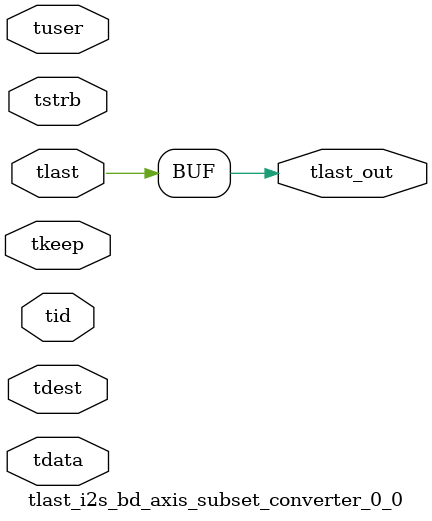
<source format=v>


`timescale 1ps/1ps

module tlast_i2s_bd_axis_subset_converter_0_0 #
(
parameter C_S_AXIS_TID_WIDTH   = 1,
parameter C_S_AXIS_TUSER_WIDTH = 0,
parameter C_S_AXIS_TDATA_WIDTH = 0,
parameter C_S_AXIS_TDEST_WIDTH = 0
)
(
input  [(C_S_AXIS_TID_WIDTH   == 0 ? 1 : C_S_AXIS_TID_WIDTH)-1:0       ] tid,
input  [(C_S_AXIS_TDATA_WIDTH == 0 ? 1 : C_S_AXIS_TDATA_WIDTH)-1:0     ] tdata,
input  [(C_S_AXIS_TUSER_WIDTH == 0 ? 1 : C_S_AXIS_TUSER_WIDTH)-1:0     ] tuser,
input  [(C_S_AXIS_TDEST_WIDTH == 0 ? 1 : C_S_AXIS_TDEST_WIDTH)-1:0     ] tdest,
input  [(C_S_AXIS_TDATA_WIDTH/8)-1:0 ] tkeep,
input  [(C_S_AXIS_TDATA_WIDTH/8)-1:0 ] tstrb,
input  [0:0]                                                             tlast,
output                                                                   tlast_out
);

assign tlast_out = {tlast};

endmodule


</source>
